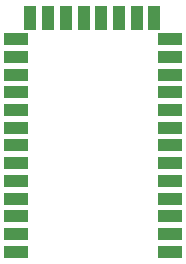
<source format=gtp>
G04 #@! TF.FileFunction,Paste,Top*
%FSLAX46Y46*%
G04 Gerber Fmt 4.6, Leading zero omitted, Abs format (unit mm)*
G04 Created by KiCad (PCBNEW 4.0.7) date 09/09/17 09:10:53*
%MOMM*%
%LPD*%
G01*
G04 APERTURE LIST*
%ADD10C,0.100000*%
%ADD11R,2.000000X1.000000*%
%ADD12R,1.000000X2.000000*%
G04 APERTURE END LIST*
D10*
D11*
X152400000Y-112280000D03*
X152400000Y-110780000D03*
X152400000Y-109280000D03*
X152400000Y-107780000D03*
X152400000Y-106280000D03*
X152400000Y-104780000D03*
X152400000Y-103280000D03*
X152400000Y-101780000D03*
X152400000Y-100280000D03*
X152400000Y-98780000D03*
X152400000Y-97280000D03*
X152400000Y-95780000D03*
X152400000Y-94280000D03*
D12*
X151100000Y-92480000D03*
X149600000Y-92480000D03*
X148100000Y-92480000D03*
X146600000Y-92480000D03*
X145100000Y-92480000D03*
X143600000Y-92480000D03*
X142100000Y-92480000D03*
X140600000Y-92480000D03*
D11*
X139400000Y-94280000D03*
X139400000Y-95780000D03*
X139400000Y-97280000D03*
X139400000Y-98780000D03*
X139400000Y-100280000D03*
X139400000Y-101780000D03*
X139400000Y-103280000D03*
X139400000Y-104780000D03*
X139400000Y-106280000D03*
X139400000Y-107780000D03*
X139400000Y-109280000D03*
X139400000Y-110780000D03*
X139400000Y-112280000D03*
M02*

</source>
